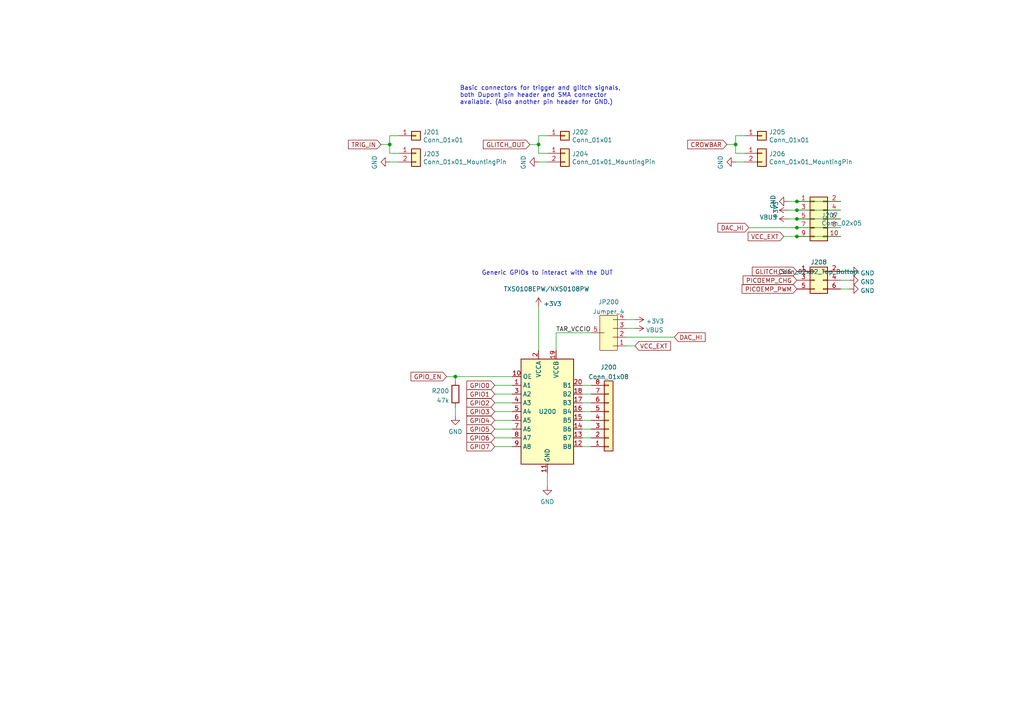
<source format=kicad_sch>
(kicad_sch (version 20211123) (generator eeschema)
  (paper "A4")
  (lib_symbols
    (symbol "Connector_Generic:Conn_01x01" (pin_names (offset 1.016) hide)
      (property "Reference" "J" (at 0 2.54 0))
      (property "Value" "Conn_01x01" (at 0 -2.54 0))
      (symbol "Conn_01x01_1_1"
        (rectangle (start -1.27 0.127) (end 0 -0.127) (stroke (width 0.1524)))
        (rectangle (start -1.27 1.27) (end 1.27 -1.27) (stroke (width 0.254)) (fill (type background)))
        (pin passive line (at -5.08 0 0) (length 3.81) (name "Pin_1") (number "1"))
      )
    )
    (symbol "Connector_Generic:Conn_01x02" (pin_names (offset 1.016) hide)
      (property "Reference" "J" (at 0 2.54 0))
      (property "Value" "Conn_01x02" (at 0 -5.08 0))
      (symbol "Conn_01x02_1_1"
        (rectangle (start -1.27 -2.413) (end 0 -2.667) (stroke (width 0.1524)))
        (rectangle (start -1.27 0.127) (end 0 -0.127) (stroke (width 0.1524)))
        (rectangle (start -1.27 1.27) (end 1.27 -3.81) (stroke (width 0.254)) (fill (type background)))
        (pin passive line (at -5.08 0 0) (length 3.81) (name "Pin_1") (number "1"))
        (pin passive line (at -5.08 -2.54 0) (length 3.81) (name "Pin_2") (number "2"))
      )
    )
    (symbol "Connector_Generic:Conn_01x08" (pin_names (offset 1.016) hide)
      (property "Reference" "J" (at 0 10.16 0))
      (property "Value" "Conn_01x08" (at 0 -12.7 0))
      (symbol "Conn_01x08_1_1"
        (rectangle (start -1.27 -10.033) (end 0 -10.287) (stroke (width 0.1524)))
        (rectangle (start -1.27 -7.493) (end 0 -7.747) (stroke (width 0.1524)))
        (rectangle (start -1.27 -4.953) (end 0 -5.207) (stroke (width 0.1524)))
        (rectangle (start -1.27 -2.413) (end 0 -2.667) (stroke (width 0.1524)))
        (rectangle (start -1.27 0.127) (end 0 -0.127) (stroke (width 0.1524)))
        (rectangle (start -1.27 2.667) (end 0 2.413) (stroke (width 0.1524)))
        (rectangle (start -1.27 5.207) (end 0 4.953) (stroke (width 0.1524)))
        (rectangle (start -1.27 7.747) (end 0 7.493) (stroke (width 0.1524)))
        (rectangle (start -1.27 8.89) (end 1.27 -11.43) (stroke (width 0.254)) (fill (type background)))
        (pin passive line (at -5.08 7.62 0) (length 3.81) (name "Pin_1") (number "1"))
        (pin passive line (at -5.08 5.08 0) (length 3.81) (name "Pin_2") (number "2"))
        (pin passive line (at -5.08 2.54 0) (length 3.81) (name "Pin_3") (number "3"))
        (pin passive line (at -5.08 0 0) (length 3.81) (name "Pin_4") (number "4"))
        (pin passive line (at -5.08 -2.54 0) (length 3.81) (name "Pin_5") (number "5"))
        (pin passive line (at -5.08 -5.08 0) (length 3.81) (name "Pin_6") (number "6"))
        (pin passive line (at -5.08 -7.62 0) (length 3.81) (name "Pin_7") (number "7"))
        (pin passive line (at -5.08 -10.16 0) (length 3.81) (name "Pin_8") (number "8"))
      )
    )
    (symbol "Connector_Generic:Conn_02x03_Odd_Even" (pin_names (offset 1.016) hide)
      (property "Reference" "J" (at 1.27 5.08 0))
      (property "Value" "Conn_02x03_Odd_Even" (at 1.27 -5.08 0))
      (symbol "Conn_02x03_Odd_Even_1_1"
        (rectangle (start -1.27 -2.413) (end 0 -2.667) (stroke (width 0.1524)))
        (rectangle (start -1.27 0.127) (end 0 -0.127) (stroke (width 0.1524)))
        (rectangle (start -1.27 2.667) (end 0 2.413) (stroke (width 0.1524)))
        (rectangle (start -1.27 3.81) (end 3.81 -3.81) (stroke (width 0.254)) (fill (type background)))
        (rectangle (start 3.81 -2.413) (end 2.54 -2.667) (stroke (width 0.1524)))
        (rectangle (start 3.81 0.127) (end 2.54 -0.127) (stroke (width 0.1524)))
        (rectangle (start 3.81 2.667) (end 2.54 2.413) (stroke (width 0.1524)))
        (pin passive line (at -5.08 2.54 0) (length 3.81) (name "Pin_1") (number "1"))
        (pin passive line (at 7.62 2.54 180) (length 3.81) (name "Pin_2") (number "2"))
        (pin passive line (at -5.08 0 0) (length 3.81) (name "Pin_3") (number "3"))
        (pin passive line (at 7.62 0 180) (length 3.81) (name "Pin_4") (number "4"))
        (pin passive line (at -5.08 -2.54 0) (length 3.81) (name "Pin_5") (number "5"))
        (pin passive line (at 7.62 -2.54 180) (length 3.81) (name "Pin_6") (number "6"))
      )
    )
    (symbol "Connector_Generic:Conn_02x05_Odd_Even" (pin_names (offset 1.016) hide)
      (property "Reference" "J" (at 1.27 7.62 0))
      (property "Value" "Conn_02x05_Odd_Even" (at 1.27 -7.62 0))
      (symbol "Conn_02x05_Odd_Even_1_1"
        (rectangle (start -1.27 -4.953) (end 0 -5.207) (stroke (width 0.1524)))
        (rectangle (start -1.27 -2.413) (end 0 -2.667) (stroke (width 0.1524)))
        (rectangle (start -1.27 0.127) (end 0 -0.127) (stroke (width 0.1524)))
        (rectangle (start -1.27 2.667) (end 0 2.413) (stroke (width 0.1524)))
        (rectangle (start -1.27 5.207) (end 0 4.953) (stroke (width 0.1524)))
        (rectangle (start -1.27 6.35) (end 3.81 -6.35) (stroke (width 0.254)) (fill (type background)))
        (rectangle (start 3.81 -4.953) (end 2.54 -5.207) (stroke (width 0.1524)))
        (rectangle (start 3.81 -2.413) (end 2.54 -2.667) (stroke (width 0.1524)))
        (rectangle (start 3.81 0.127) (end 2.54 -0.127) (stroke (width 0.1524)))
        (rectangle (start 3.81 2.667) (end 2.54 2.413) (stroke (width 0.1524)))
        (rectangle (start 3.81 5.207) (end 2.54 4.953) (stroke (width 0.1524)))
        (pin passive line (at -5.08 5.08 0) (length 3.81) (name "Pin_1") (number "1"))
        (pin passive line (at 7.62 -5.08 180) (length 3.81) (name "Pin_10") (number "10"))
        (pin passive line (at 7.62 5.08 180) (length 3.81) (name "Pin_2") (number "2"))
        (pin passive line (at -5.08 2.54 0) (length 3.81) (name "Pin_3") (number "3"))
        (pin passive line (at 7.62 2.54 180) (length 3.81) (name "Pin_4") (number "4"))
        (pin passive line (at -5.08 0 0) (length 3.81) (name "Pin_5") (number "5"))
        (pin passive line (at 7.62 0 180) (length 3.81) (name "Pin_6") (number "6"))
        (pin passive line (at -5.08 -2.54 0) (length 3.81) (name "Pin_7") (number "7"))
        (pin passive line (at 7.62 -2.54 180) (length 3.81) (name "Pin_8") (number "8"))
        (pin passive line (at -5.08 -5.08 0) (length 3.81) (name "Pin_9") (number "9"))
      )
    )
    (symbol "Device:R" (pin_numbers hide) (pin_names (offset 0))
      (property "Reference" "R" (at 2.032 0 90))
      (property "Value" "R" (at 0 0 90))
      (symbol "R_0_1"
        (rectangle (start -1.016 -2.54) (end 1.016 2.54) (stroke (width 0.254)))
      )
      (symbol "R_1_1"
        (pin passive line (at 0 3.81 270) (length 1.27) (name "~") (number "1"))
        (pin passive line (at 0 -3.81 90) (length 1.27) (name "~") (number "2"))
      )
    )
    (symbol "Logic_LevelTranslator:TXS0108EPW"
      (property "Reference" "U" (at -6.35 16.51 0))
      (property "Value" "TXS0108EPW" (at 3.81 16.51 0))
      (symbol "TXS0108EPW_0_1"
        (rectangle (start -7.62 15.24) (end 7.62 -15.24) (stroke (width 0.254)) (fill (type background)))
      )
      (symbol "TXS0108EPW_1_1"
        (pin bidirectional line (at -10.16 7.62 0) (length 2.54) (name "A1") (number "1"))
        (pin input line (at -10.16 10.16 0) (length 2.54) (name "OE") (number "10"))
        (pin power_in line (at 0 -17.78 90) (length 2.54) (name "GND") (number "11"))
        (pin bidirectional line (at 10.16 -10.16 180) (length 2.54) (name "B8") (number "12"))
        (pin bidirectional line (at 10.16 -7.62 180) (length 2.54) (name "B7") (number "13"))
        (pin bidirectional line (at 10.16 -5.08 180) (length 2.54) (name "B6") (number "14"))
        (pin bidirectional line (at 10.16 -2.54 180) (length 2.54) (name "B5") (number "15"))
        (pin bidirectional line (at 10.16 0 180) (length 2.54) (name "B4") (number "16"))
        (pin bidirectional line (at 10.16 2.54 180) (length 2.54) (name "B3") (number "17"))
        (pin bidirectional line (at 10.16 5.08 180) (length 2.54) (name "B2") (number "18"))
        (pin power_in line (at 2.54 17.78 270) (length 2.54) (name "VCCB") (number "19"))
        (pin power_in line (at -2.54 17.78 270) (length 2.54) (name "VCCA") (number "2"))
        (pin bidirectional line (at 10.16 7.62 180) (length 2.54) (name "B1") (number "20"))
        (pin bidirectional line (at -10.16 5.08 0) (length 2.54) (name "A2") (number "3"))
        (pin bidirectional line (at -10.16 2.54 0) (length 2.54) (name "A3") (number "4"))
        (pin bidirectional line (at -10.16 0 0) (length 2.54) (name "A4") (number "5"))
        (pin bidirectional line (at -10.16 -2.54 0) (length 2.54) (name "A5") (number "6"))
        (pin bidirectional line (at -10.16 -5.08 0) (length 2.54) (name "A6") (number "7"))
        (pin bidirectional line (at -10.16 -7.62 0) (length 2.54) (name "A7") (number "8"))
        (pin bidirectional line (at -10.16 -10.16 0) (length 2.54) (name "A8") (number "9"))
      )
    )
    (symbol "misc-mcus:Jumper_4" (pin_names (offset 1.016))
      (property "Reference" "JP" (at 0 11.43 0))
      (property "Value" "Jumper_4" (at 0 11.43 0))
      (symbol "Jumper_4_0_1"
        (rectangle (start -2.54 5.08) (end 2.54 -5.08) (fill (type background)))
        (polyline (pts (xy -2.54 -3.81) (xy -1.27 -3.81)))
        (polyline (pts (xy -2.54 -1.27) (xy -1.27 -1.27)))
        (polyline (pts (xy -2.54 1.27) (xy -1.27 1.27)))
        (polyline (pts (xy -2.54 3.81) (xy -1.27 3.81)))
        (polyline (pts (xy 2.54 0) (xy 1.27 0)))
      )
      (symbol "Jumper_4_1_1"
        (pin passive line (at -5.08 3.81 0) (length 2.54) (name "~") (number "1"))
        (pin passive line (at -5.08 1.27 0) (length 2.54) (name "~") (number "2"))
        (pin passive line (at -5.08 -1.27 0) (length 2.54) (name "~") (number "3"))
        (pin passive line (at -5.08 -3.81 0) (length 2.54) (name "~") (number "4"))
        (pin passive line (at 5.08 0 180) (length 2.54) (name "~") (number "5"))
      )
    )
    (symbol "power:+3.3V" (power) (pin_names (offset 0))
      (property "Value" "+3.3V" (at 0 3.556 0))
      (symbol "+3.3V_0_1"
        (polyline (pts (xy -0.762 1.27) (xy 0 2.54)))
        (polyline (pts (xy 0 0) (xy 0 2.54)))
        (polyline (pts (xy 0 2.54) (xy 0.762 1.27)))
      )
      (symbol "+3.3V_1_1"
        (pin power_in line (at 0 0 90) (length 0) hide (name "+3V3") (number "1"))
      )
    )
    (symbol "power:GND" (power) (pin_names (offset 0))
      (property "Value" "GND" (at 0 -3.81 0))
      (symbol "GND_0_1"
        (polyline (pts (xy 0 0) (xy 0 -1.27) (xy 1.27 -1.27) (xy 0 -2.54) (xy -1.27 -1.27) (xy 0 -1.27)))
      )
      (symbol "GND_1_1"
        (pin power_in line (at 0 0 270) (length 0) hide (name "GND") (number "1"))
      )
    )
    (symbol "power:VBUS" (power) (pin_names (offset 0))
      (property "Value" "VBUS" (at 0 3.81 0))
      (symbol "VBUS_0_1"
        (polyline (pts (xy -0.762 1.27) (xy 0 2.54)))
        (polyline (pts (xy 0 0) (xy 0 2.54)))
        (polyline (pts (xy 0 2.54) (xy 0.762 1.27)))
      )
      (symbol "VBUS_1_1"
        (pin power_in line (at 0 0 90) (length 0) hide (name "VBUS") (number "1"))
      )
    )
  )
  (junction (at 231.14 68.58))
  (junction (at 156.21 41.91))
  (junction (at 231.14 58.42))
  (junction (at 132.08 109.22))
  (junction (at 231.14 63.5))
  (junction (at 113.03 41.91))
  (junction (at 231.14 66.04))
  (junction (at 231.14 60.96))
  (junction (at 213.36 41.91))
  (wire (pts (xy 213.36 41.91) (xy 213.36 44.45)))
  (wire (pts (xy 181.61 97.79) (xy 195.58 97.79)))
  (wire (pts (xy 243.84 68.58) (xy 231.14 68.58)))
  (wire (pts (xy 168.91 111.76) (xy 171.45 111.76)))
  (wire (pts (xy 161.29 101.6) (xy 161.29 96.52)))
  (wire (pts (xy 153.67 41.91) (xy 156.21 41.91)))
  (wire (pts (xy 168.91 124.46) (xy 171.45 124.46)))
  (wire (pts (xy 143.51 124.46) (xy 148.59 124.46)))
  (wire (pts (xy 243.84 63.5) (xy 231.14 63.5)))
  (wire (pts (xy 143.51 119.38) (xy 148.59 119.38)))
  (wire (pts (xy 213.36 46.99) (xy 215.9 46.99)))
  (wire (pts (xy 132.08 109.22) (xy 132.08 110.49)))
  (wire (pts (xy 231.14 63.5) (xy 228.6 63.5)))
  (wire (pts (xy 143.51 114.3) (xy 148.59 114.3)))
  (wire (pts (xy 156.21 39.37) (xy 156.21 41.91)))
  (wire (pts (xy 143.51 116.84) (xy 148.59 116.84)))
  (wire (pts (xy 110.49 41.91) (xy 113.03 41.91)))
  (wire (pts (xy 243.84 78.74) (xy 246.38 78.74)))
  (wire (pts (xy 213.36 39.37) (xy 213.36 41.91)))
  (wire (pts (xy 168.91 116.84) (xy 171.45 116.84)))
  (wire (pts (xy 231.14 60.96) (xy 228.6 60.96)))
  (wire (pts (xy 231.14 58.42) (xy 228.6 58.42)))
  (wire (pts (xy 243.84 81.28) (xy 246.38 81.28)))
  (wire (pts (xy 215.9 39.37) (xy 213.36 39.37)))
  (wire (pts (xy 129.54 109.22) (xy 132.08 109.22)))
  (wire (pts (xy 168.91 121.92) (xy 171.45 121.92)))
  (wire (pts (xy 156.21 46.99) (xy 158.75 46.99)))
  (wire (pts (xy 243.84 66.04) (xy 231.14 66.04)))
  (wire (pts (xy 215.9 44.45) (xy 213.36 44.45)))
  (wire (pts (xy 113.03 39.37) (xy 113.03 41.91)))
  (wire (pts (xy 143.51 111.76) (xy 148.59 111.76)))
  (wire (pts (xy 158.75 39.37) (xy 156.21 39.37)))
  (wire (pts (xy 156.21 41.91) (xy 156.21 44.45)))
  (wire (pts (xy 143.51 121.92) (xy 148.59 121.92)))
  (wire (pts (xy 243.84 83.82) (xy 246.38 83.82)))
  (wire (pts (xy 148.59 109.22) (xy 132.08 109.22)))
  (wire (pts (xy 181.61 92.71) (xy 184.15 92.71)))
  (wire (pts (xy 158.75 137.16) (xy 158.75 140.97)))
  (wire (pts (xy 161.29 96.52) (xy 171.45 96.52)))
  (wire (pts (xy 115.57 39.37) (xy 113.03 39.37)))
  (wire (pts (xy 243.84 60.96) (xy 231.14 60.96)))
  (wire (pts (xy 158.75 44.45) (xy 156.21 44.45)))
  (wire (pts (xy 168.91 129.54) (xy 171.45 129.54)))
  (wire (pts (xy 132.08 118.11) (xy 132.08 120.65)))
  (wire (pts (xy 143.51 129.54) (xy 148.59 129.54)))
  (wire (pts (xy 231.14 68.58) (xy 227.33 68.58)))
  (wire (pts (xy 168.91 114.3) (xy 171.45 114.3)))
  (wire (pts (xy 168.91 119.38) (xy 171.45 119.38)))
  (wire (pts (xy 115.57 44.45) (xy 113.03 44.45)))
  (wire (pts (xy 143.51 127) (xy 148.59 127)))
  (wire (pts (xy 181.61 95.25) (xy 184.15 95.25)))
  (wire (pts (xy 231.14 66.04) (xy 217.17 66.04)))
  (wire (pts (xy 156.21 88.9) (xy 156.21 101.6)))
  (wire (pts (xy 168.91 127) (xy 171.45 127)))
  (wire (pts (xy 113.03 46.99) (xy 115.57 46.99)))
  (wire (pts (xy 210.82 41.91) (xy 213.36 41.91)))
  (wire (pts (xy 243.84 58.42) (xy 231.14 58.42)))
  (wire (pts (xy 113.03 41.91) (xy 113.03 44.45)))
  (wire (pts (xy 181.61 100.33) (xy 184.15 100.33)))
  (text "Basic connectors for trigger and glitch signals,\nboth Dupont pin header and SMA connector\navailable. (Also another pin header for GND.)" (at 133.35 30.48 0) (effects (font (size 1.27 1.27)) (justify left bottom)))
  (text "Generic GPIOs to interact with the DUT" (at 139.7 80.01 0) (effects (font (size 1.27 1.27)) (justify left bottom)))
  (label "TAR_VCCIO" (at 161.29 96.52 0))
  (global_label "DAC_HI" (shape input) (at 195.58 97.79 0) (property "Intersheet References" "${INTERSHEET_REFS}" (effects hide)))
  (global_label "GPIO2" (shape input) (at 143.51 116.84 180) (property "Intersheet References" "${INTERSHEET_REFS}" (effects hide)))
  (global_label "VCC_EXT" (shape input) (at 227.33 68.58 180) (property "Intersheet References" "${INTERSHEET_REFS}" (effects hide)))
  (global_label "GPIO1" (shape input) (at 143.51 114.3 180) (property "Intersheet References" "${INTERSHEET_REFS}" (effects hide)))
  (global_label "GLITCH_OUT" (shape input) (at 153.67 41.91 180) (property "Intersheet References" "${INTERSHEET_REFS}" (effects hide)))
  (global_label "PICOEMP_PWM" (shape input) (at 231.14 83.82 180) (property "Intersheet References" "${INTERSHEET_REFS}" (effects hide)))
  (global_label "GPIO7" (shape input) (at 143.51 129.54 180) (property "Intersheet References" "${INTERSHEET_REFS}" (effects hide)))
  (global_label "GPIO_EN" (shape input) (at 129.54 109.22 180) (property "Intersheet References" "${INTERSHEET_REFS}" (effects hide)))
  (global_label "GPIO6" (shape input) (at 143.51 127 180) (property "Intersheet References" "${INTERSHEET_REFS}" (effects hide)))
  (global_label "GPIO4" (shape input) (at 143.51 121.92 180) (property "Intersheet References" "${INTERSHEET_REFS}" (effects hide)))
  (global_label "GPIO3" (shape input) (at 143.51 119.38 180) (property "Intersheet References" "${INTERSHEET_REFS}" (effects hide)))
  (global_label "DAC_HI" (shape input) (at 217.17 66.04 180) (property "Intersheet References" "${INTERSHEET_REFS}" (effects hide)))
  (global_label "TRIG_IN" (shape input) (at 110.49 41.91 180) (property "Intersheet References" "${INTERSHEET_REFS}" (effects hide)))
  (global_label "GPIO0" (shape input) (at 143.51 111.76 180) (property "Intersheet References" "${INTERSHEET_REFS}" (effects hide)))
  (global_label "PICOEMP_CHG" (shape input) (at 231.14 81.28 180) (property "Intersheet References" "${INTERSHEET_REFS}" (effects hide)))
  (global_label "GPIO5" (shape input) (at 143.51 124.46 180) (property "Intersheet References" "${INTERSHEET_REFS}" (effects hide)))
  (global_label "GLITCH_SIG" (shape input) (at 231.14 78.74 180) (property "Intersheet References" "${INTERSHEET_REFS}" (effects hide)))
  (global_label "VCC_EXT" (shape input) (at 184.15 100.33 0) (property "Intersheet References" "${INTERSHEET_REFS}" (effects hide)))
  (global_label "CROWBAR" (shape input) (at 210.82 41.91 180) (property "Intersheet References" "${INTERSHEET_REFS}" (effects hide)))
  (symbol (lib_id "Connector_Generic:Conn_01x01") (at 120.65 39.37 0) (unit 1)
    (property "Reference" "J201" (at 122.682 38.3032 0) (effects (justify left)))
    (property "Value" "Conn_01x01" (at 122.682 40.6146 0) (effects (justify left)))
    (property "Footprint" "Connector_PinHeader_2.54mm:PinHeader_1x01_P2.54mm_Vertical" (effects hide))
  )
  (symbol (lib_id "Connector_Generic:Conn_01x02") (at 120.65 44.45 0) (unit 1)
    (property "Reference" "J203" (at 122.682 44.6532 0) (effects (justify left)))
    (property "Value" "Conn_01x01_MountingPin" (at 122.682 46.9646 0) (effects (justify left)))
    (property "Footprint" "Connector_Coaxial:SMA_Amphenol_132289_EdgeMount" (effects hide))
  )
  (symbol (lib_id "Connector_Generic:Conn_01x01") (at 163.83 39.37 0) (unit 1)
    (property "Reference" "J202" (at 165.862 38.3032 0) (effects (justify left)))
    (property "Value" "Conn_01x01" (at 165.862 40.6146 0) (effects (justify left)))
    (property "Footprint" "Connector_PinHeader_2.54mm:PinHeader_1x01_P2.54mm_Vertical" (effects hide))
  )
  (symbol (lib_id "Connector_Generic:Conn_01x02") (at 163.83 44.45 0) (unit 1)
    (property "Reference" "J204" (at 165.862 44.6532 0) (effects (justify left)))
    (property "Value" "Conn_01x01_MountingPin" (at 165.862 46.9646 0) (effects (justify left)))
    (property "Footprint" "Connector_Coaxial:SMA_Amphenol_132289_EdgeMount" (effects hide))
  )
  (symbol (lib_id "power:GND") (at 113.03 46.99 270) (unit 1)
    (property "Reference" "#PWR0131" (effects hide))
    (property "Value" "GND" (at 108.6358 47.117 0))
  )
  (symbol (lib_id "power:GND") (at 156.21 46.99 270) (unit 1)
    (property "Reference" "#PWR0132" (effects hide))
    (property "Value" "GND" (at 151.8158 47.117 0))
  )
  (symbol (lib_id "Connector_Generic:Conn_02x05_Odd_Even") (at 236.22 63.5 0) (unit 1)
    (property "Reference" "J207" (at 238.252 62.4332 0) (effects (justify left)))
    (property "Value" "Conn_02x05" (at 238.252 64.7446 0) (effects (justify left)))
    (property "Footprint" "Connector_PinHeader_2.54mm:PinHeader_2x05_P2.54mm_Vertical" (effects hide))
  )
  (symbol (lib_id "power:GND") (at 228.6 58.42 270) (unit 1)
    (property "Reference" "#PWR0133" (effects hide))
    (property "Value" "GND" (at 224.2058 58.547 0))
  )
  (symbol (lib_id "power:+3.3V") (at 156.21 88.9 0) (unit 1)
    (property "Reference" "#PWR0134" (effects hide))
    (property "Value" "+3.3V" (at 157.607 88.109 0) (effects (justify left)))
  )
  (symbol (lib_id "Connector_Generic:Conn_02x03_Odd_Even") (at 236.22 81.28 0) (unit 1)
    (property "Reference" "J208" (at 237.49 76.0435 0))
    (property "Value" "Conn_02x02_Top_Bottom" (at 237.49 78.8186 0))
    (property "Footprint" "Connector_PinHeader_2.54mm:PinHeader_2x03_P2.54mm_Vertical" (effects hide))
  )
  (symbol (lib_id "misc-mcus:Jumper_4") (at 176.53 96.52 180) (unit 1)
    (property "Reference" "JP200" (at 176.53 87.6005 0))
    (property "Value" "Jumper_4" (at 176.53 90.3756 0))
    (property "Footprint" "Connector_PinHeader_2.54mm:PinHeader_2x04_P2.54mm_Vertical" (effects hide))
  )
  (symbol (lib_id "power:GND") (at 246.38 83.82 90) (unit 1)
    (property "Reference" "#PWR0162" (effects hide))
    (property "Value" "GND" (at 249.555 84.299 90) (effects (justify right)))
  )
  (symbol (lib_id "power:VBUS") (at 184.15 95.25 270) (unit 1)
    (property "Reference" "#PWR0136" (effects hide))
    (property "Value" "VBUS" (at 187.325 95.729 90) (effects (justify left)))
  )
  (symbol (lib_id "power:+3.3V") (at 184.15 92.71 270) (unit 1)
    (property "Reference" "#PWR0135" (effects hide))
    (property "Value" "+3.3V" (at 187.325 93.189 90) (effects (justify left)))
  )
  (symbol (lib_id "Device:R") (at 132.08 114.3 0) (mirror x) (unit 1)
    (property "Reference" "R200" (at 130.302 113.3915 0) (effects (justify right)))
    (property "Value" "47k" (at 130.302 116.1666 0) (effects (justify right)))
    (property "Footprint" "Resistor_SMD:R_0805_2012Metric_Pad1.20x1.40mm_HandSolder" (effects hide))
  )
  (symbol (lib_id "Connector_Generic:Conn_01x01") (at 220.98 39.37 0) (unit 1)
    (property "Reference" "J205" (at 223.012 38.3032 0) (effects (justify left)))
    (property "Value" "Conn_01x01" (at 223.012 40.6146 0) (effects (justify left)))
    (property "Footprint" "Connector_PinHeader_2.54mm:PinHeader_1x01_P2.54mm_Vertical" (effects hide))
  )
  (symbol (lib_id "power:GND") (at 158.75 140.97 0) (unit 1)
    (property "Reference" "#PWR0108" (effects hide))
    (property "Value" "GND" (at 158.75 145.5325 0))
  )
  (symbol (lib_id "power:VBUS") (at 228.6 63.5 90) (unit 1)
    (property "Reference" "#PWR0137" (effects hide))
    (property "Value" "VBUS" (at 225.425 63.021 90) (effects (justify left)))
  )
  (symbol (lib_id "Connector_Generic:Conn_01x02") (at 220.98 44.45 0) (unit 1)
    (property "Reference" "J206" (at 223.012 44.6532 0) (effects (justify left)))
    (property "Value" "Conn_01x01_MountingPin" (at 223.012 46.9646 0) (effects (justify left)))
    (property "Footprint" "Connector_Coaxial:SMA_Amphenol_132289_EdgeMount" (effects hide))
  )
  (symbol (lib_id "Logic_LevelTranslator:TXS0108EPW") (at 158.75 119.38 0) (unit 1)
    (property "Reference" "U200" (at 156.21 119.38 0) (effects (justify left)))
    (property "Value" "TXS0108EPW/NXS0108PW" (at 146.05 83.82 0) (effects (justify left)))
    (property "Footprint" "Package_SO:TSSOP-20_4.4x6.5mm_P0.65mm" (effects hide))
    (property "Datasheet" "www.ti.com/lit/ds/symlink/txs0108e.pdf" (effects hide))
  )
  (symbol (lib_id "power:GND") (at 246.38 81.28 90) (unit 1)
    (property "Reference" "#PWR0163" (effects hide))
    (property "Value" "GND" (at 249.555 81.759 90) (effects (justify right)))
  )
  (symbol (lib_id "power:GND") (at 213.36 46.99 270) (unit 1)
    (property "Reference" "#PWR0141" (effects hide))
    (property "Value" "GND" (at 208.9658 47.117 0))
  )
  (symbol (lib_id "Connector_Generic:Conn_01x08") (at 176.53 121.92 0) (mirror x) (unit 1)
    (property "Reference" "J200" (at 176.53 106.5235 0))
    (property "Value" "Conn_01x08" (at 176.53 109.2986 0))
    (property "Footprint" "Connector_PinHeader_2.54mm:PinHeader_1x08_P2.54mm_Horizontal" (effects hide))
  )
  (symbol (lib_id "power:GND") (at 132.08 120.65 0) (unit 1)
    (property "Reference" "#PWR0109" (effects hide))
    (property "Value" "GND" (at 132.08 125.2125 0))
  )
  (symbol (lib_id "power:+3.3V") (at 228.6 60.96 90) (unit 1)
    (property "Reference" "#PWR0157" (effects hide))
    (property "Value" "+3.3V" (at 224.9955 60.96 0))
  )
  (symbol (lib_id "power:GND") (at 246.38 78.74 90) (unit 1)
    (property "Reference" "#PWR0164" (effects hide))
    (property "Value" "GND" (at 249.555 79.219 90) (effects (justify right)))
  )
)
</source>
